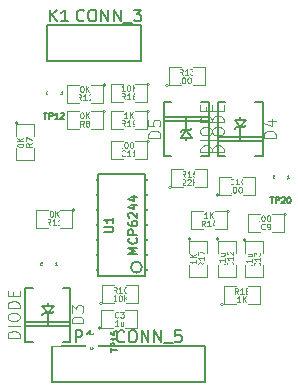
<source format=gto>
G04 (created by PCBNEW (2013-07-07 BZR 4022)-stable) date 11/16/2014 5:36:46 PM*
%MOIN*%
G04 Gerber Fmt 3.4, Leading zero omitted, Abs format*
%FSLAX34Y34*%
G01*
G70*
G90*
G04 APERTURE LIST*
%ADD10C,0.00590551*%
%ADD11C,0.005*%
%ADD12C,0.0039*%
%ADD13C,0.0059*%
%ADD14C,0.0043*%
%ADD15C,0.0025*%
%ADD16C,0.0047*%
%ADD17R,0.05X0.025*%
%ADD18R,0.035X0.055*%
%ADD19R,0.055X0.035*%
%ADD20R,0.0393701X0.0393701*%
%ADD21R,0.0866X0.063*%
%ADD22C,0.0700787*%
G04 APERTURE END LIST*
G54D10*
G54D11*
X14820Y-14500D02*
X16380Y-14500D01*
X16380Y-14500D02*
X16380Y-11100D01*
X16380Y-11100D02*
X14820Y-11100D01*
X14820Y-11100D02*
X14820Y-14500D01*
X14820Y-13800D02*
X14390Y-13800D01*
X14820Y-13300D02*
X14390Y-13300D01*
X14820Y-12800D02*
X14390Y-12800D01*
X14820Y-14300D02*
X14390Y-14300D01*
X14390Y-12300D02*
X14820Y-12300D01*
X14390Y-11800D02*
X14820Y-11800D01*
X14390Y-11300D02*
X14820Y-11300D01*
X16380Y-11300D02*
X16810Y-11300D01*
X16380Y-11800D02*
X16810Y-11800D01*
X16380Y-14300D02*
X16810Y-14300D01*
X16810Y-13800D02*
X16380Y-13800D01*
X16810Y-12300D02*
X16380Y-12300D01*
X16810Y-12800D02*
X16380Y-12800D01*
X16810Y-13300D02*
X16380Y-13300D01*
X16276Y-14210D02*
G75*
G03X16276Y-14210I-186J0D01*
G74*
G01*
G54D12*
X17160Y-8150D02*
G75*
G03X17160Y-8150I-50J0D01*
G74*
G01*
X17560Y-8150D02*
X17160Y-8150D01*
X17160Y-8150D02*
X17160Y-7550D01*
X17160Y-7550D02*
X17560Y-7550D01*
X17960Y-7550D02*
X18360Y-7550D01*
X18360Y-7550D02*
X18360Y-8150D01*
X18360Y-8150D02*
X17960Y-8150D01*
X14050Y-12300D02*
G75*
G03X14050Y-12300I-50J0D01*
G74*
G01*
X13550Y-12300D02*
X13950Y-12300D01*
X13950Y-12300D02*
X13950Y-12900D01*
X13950Y-12900D02*
X13550Y-12900D01*
X13150Y-12900D02*
X12750Y-12900D01*
X12750Y-12900D02*
X12750Y-12300D01*
X12750Y-12300D02*
X13150Y-12300D01*
X19750Y-13300D02*
G75*
G03X19750Y-13300I-50J0D01*
G74*
G01*
X19700Y-13750D02*
X19700Y-13350D01*
X19700Y-13350D02*
X20300Y-13350D01*
X20300Y-13350D02*
X20300Y-13750D01*
X20300Y-14150D02*
X20300Y-14550D01*
X20300Y-14550D02*
X19700Y-14550D01*
X19700Y-14550D02*
X19700Y-14150D01*
X18850Y-13275D02*
G75*
G03X18850Y-13275I-50J0D01*
G74*
G01*
X18800Y-13725D02*
X18800Y-13325D01*
X18800Y-13325D02*
X19400Y-13325D01*
X19400Y-13325D02*
X19400Y-13725D01*
X19400Y-14125D02*
X19400Y-14525D01*
X19400Y-14525D02*
X18800Y-14525D01*
X18800Y-14525D02*
X18800Y-14125D01*
X14920Y-16240D02*
G75*
G03X14920Y-16240I-50J0D01*
G74*
G01*
X15320Y-16240D02*
X14920Y-16240D01*
X14920Y-16240D02*
X14920Y-15640D01*
X14920Y-15640D02*
X15320Y-15640D01*
X15720Y-15640D02*
X16120Y-15640D01*
X16120Y-15640D02*
X16120Y-16240D01*
X16120Y-16240D02*
X15720Y-16240D01*
X14955Y-15415D02*
G75*
G03X14955Y-15415I-50J0D01*
G74*
G01*
X15355Y-15415D02*
X14955Y-15415D01*
X14955Y-15415D02*
X14955Y-14815D01*
X14955Y-14815D02*
X15355Y-14815D01*
X15755Y-14815D02*
X16155Y-14815D01*
X16155Y-14815D02*
X16155Y-15415D01*
X16155Y-15415D02*
X15755Y-15415D01*
X15070Y-8140D02*
G75*
G03X15070Y-8140I-50J0D01*
G74*
G01*
X14570Y-8140D02*
X14970Y-8140D01*
X14970Y-8140D02*
X14970Y-8740D01*
X14970Y-8740D02*
X14570Y-8740D01*
X14170Y-8740D02*
X13770Y-8740D01*
X13770Y-8740D02*
X13770Y-8140D01*
X13770Y-8140D02*
X14170Y-8140D01*
X19200Y-12350D02*
G75*
G03X19200Y-12350I-50J0D01*
G74*
G01*
X18700Y-12350D02*
X19100Y-12350D01*
X19100Y-12350D02*
X19100Y-12950D01*
X19100Y-12950D02*
X18700Y-12950D01*
X18300Y-12950D02*
X17900Y-12950D01*
X17900Y-12950D02*
X17900Y-12350D01*
X17900Y-12350D02*
X18300Y-12350D01*
X21100Y-12450D02*
G75*
G03X21100Y-12450I-50J0D01*
G74*
G01*
X20600Y-12450D02*
X21000Y-12450D01*
X21000Y-12450D02*
X21000Y-13050D01*
X21000Y-13050D02*
X20600Y-13050D01*
X20200Y-13050D02*
X19800Y-13050D01*
X19800Y-13050D02*
X19800Y-12450D01*
X19800Y-12450D02*
X20200Y-12450D01*
X15070Y-9020D02*
G75*
G03X15070Y-9020I-50J0D01*
G74*
G01*
X14570Y-9020D02*
X14970Y-9020D01*
X14970Y-9020D02*
X14970Y-9620D01*
X14970Y-9620D02*
X14570Y-9620D01*
X14170Y-9620D02*
X13770Y-9620D01*
X13770Y-9620D02*
X13770Y-9020D01*
X13770Y-9020D02*
X14170Y-9020D01*
X12140Y-9400D02*
G75*
G03X12140Y-9400I-50J0D01*
G74*
G01*
X12090Y-9850D02*
X12090Y-9450D01*
X12090Y-9450D02*
X12690Y-9450D01*
X12690Y-9450D02*
X12690Y-9850D01*
X12690Y-10250D02*
X12690Y-10650D01*
X12690Y-10650D02*
X12090Y-10650D01*
X12090Y-10650D02*
X12090Y-10250D01*
X17250Y-11550D02*
G75*
G03X17250Y-11550I-50J0D01*
G74*
G01*
X17650Y-11550D02*
X17250Y-11550D01*
X17250Y-11550D02*
X17250Y-10950D01*
X17250Y-10950D02*
X17650Y-10950D01*
X18050Y-10950D02*
X18450Y-10950D01*
X18450Y-10950D02*
X18450Y-11550D01*
X18450Y-11550D02*
X18050Y-11550D01*
X18850Y-11800D02*
G75*
G03X18850Y-11800I-50J0D01*
G74*
G01*
X19250Y-11800D02*
X18850Y-11800D01*
X18850Y-11800D02*
X18850Y-11200D01*
X18850Y-11200D02*
X19250Y-11200D01*
X19650Y-11200D02*
X20050Y-11200D01*
X20050Y-11200D02*
X20050Y-11800D01*
X20050Y-11800D02*
X19650Y-11800D01*
X16530Y-10010D02*
G75*
G03X16530Y-10010I-50J0D01*
G74*
G01*
X16030Y-10010D02*
X16430Y-10010D01*
X16430Y-10010D02*
X16430Y-10610D01*
X16430Y-10610D02*
X16030Y-10610D01*
X15630Y-10610D02*
X15230Y-10610D01*
X15230Y-10610D02*
X15230Y-10010D01*
X15230Y-10010D02*
X15630Y-10010D01*
X16530Y-8110D02*
G75*
G03X16530Y-8110I-50J0D01*
G74*
G01*
X16030Y-8110D02*
X16430Y-8110D01*
X16430Y-8110D02*
X16430Y-8710D01*
X16430Y-8710D02*
X16030Y-8710D01*
X15630Y-8710D02*
X15230Y-8710D01*
X15230Y-8710D02*
X15230Y-8110D01*
X15230Y-8110D02*
X15630Y-8110D01*
X16530Y-9010D02*
G75*
G03X16530Y-9010I-50J0D01*
G74*
G01*
X16030Y-9010D02*
X16430Y-9010D01*
X16430Y-9010D02*
X16430Y-9610D01*
X16430Y-9610D02*
X16030Y-9610D01*
X15630Y-9610D02*
X15230Y-9610D01*
X15230Y-9610D02*
X15230Y-9010D01*
X15230Y-9010D02*
X15630Y-9010D01*
X19000Y-15450D02*
G75*
G03X19000Y-15450I-50J0D01*
G74*
G01*
X19400Y-15450D02*
X19000Y-15450D01*
X19000Y-15450D02*
X19000Y-14850D01*
X19000Y-14850D02*
X19400Y-14850D01*
X19800Y-14850D02*
X20200Y-14850D01*
X20200Y-14850D02*
X20200Y-15450D01*
X20200Y-15450D02*
X19800Y-15450D01*
X17900Y-13275D02*
G75*
G03X17900Y-13275I-50J0D01*
G74*
G01*
X17850Y-13725D02*
X17850Y-13325D01*
X17850Y-13325D02*
X18450Y-13325D01*
X18450Y-13325D02*
X18450Y-13725D01*
X18450Y-14125D02*
X18450Y-14525D01*
X18450Y-14525D02*
X17850Y-14525D01*
X17850Y-14525D02*
X17850Y-14125D01*
G54D11*
X13140Y-15490D02*
X13140Y-15410D01*
X13890Y-14890D02*
X13890Y-16690D01*
X13890Y-16690D02*
X13640Y-16690D01*
X12390Y-16050D02*
X13890Y-16050D01*
X12390Y-16180D02*
X13890Y-16180D01*
X12640Y-14890D02*
X12390Y-14890D01*
X12390Y-14890D02*
X12390Y-16690D01*
X12390Y-16690D02*
X12640Y-16690D01*
X13640Y-14890D02*
X13890Y-14890D01*
X13140Y-15740D02*
X13327Y-15490D01*
X13327Y-15490D02*
X13140Y-15490D01*
X13140Y-15490D02*
X12953Y-15490D01*
X12953Y-15490D02*
X13140Y-15740D01*
X13140Y-15740D02*
X13265Y-15740D01*
X13265Y-15740D02*
X13327Y-15678D01*
X13140Y-15740D02*
X13015Y-15740D01*
X13015Y-15740D02*
X12953Y-15802D01*
X13140Y-15740D02*
X13140Y-16177D01*
X17750Y-9900D02*
X17750Y-9980D01*
X17000Y-10500D02*
X17000Y-8700D01*
X17000Y-8700D02*
X17250Y-8700D01*
X18500Y-9340D02*
X17000Y-9340D01*
X18500Y-9210D02*
X17000Y-9210D01*
X18250Y-10500D02*
X18500Y-10500D01*
X18500Y-10500D02*
X18500Y-8700D01*
X18500Y-8700D02*
X18250Y-8700D01*
X17250Y-10500D02*
X17000Y-10500D01*
X17750Y-9650D02*
X17563Y-9900D01*
X17563Y-9900D02*
X17750Y-9900D01*
X17750Y-9900D02*
X17937Y-9900D01*
X17937Y-9900D02*
X17750Y-9650D01*
X17750Y-9650D02*
X17625Y-9650D01*
X17625Y-9650D02*
X17563Y-9712D01*
X17750Y-9650D02*
X17875Y-9650D01*
X17875Y-9650D02*
X17937Y-9588D01*
X17750Y-9650D02*
X17750Y-9213D01*
X19550Y-9300D02*
X19550Y-9220D01*
X20300Y-8700D02*
X20300Y-10500D01*
X20300Y-10500D02*
X20050Y-10500D01*
X18800Y-9860D02*
X20300Y-9860D01*
X18800Y-9990D02*
X20300Y-9990D01*
X19050Y-8700D02*
X18800Y-8700D01*
X18800Y-8700D02*
X18800Y-10500D01*
X18800Y-10500D02*
X19050Y-10500D01*
X20050Y-8700D02*
X20300Y-8700D01*
X19550Y-9550D02*
X19737Y-9300D01*
X19737Y-9300D02*
X19550Y-9300D01*
X19550Y-9300D02*
X19363Y-9300D01*
X19363Y-9300D02*
X19550Y-9550D01*
X19550Y-9550D02*
X19675Y-9550D01*
X19675Y-9550D02*
X19737Y-9488D01*
X19550Y-9550D02*
X19425Y-9550D01*
X19425Y-9550D02*
X19363Y-9612D01*
X19550Y-9550D02*
X19550Y-9987D01*
G54D10*
X13269Y-16849D02*
X18387Y-16849D01*
X18387Y-16849D02*
X18387Y-18030D01*
X18387Y-18030D02*
X13269Y-18030D01*
X13269Y-16849D02*
X13269Y-18030D01*
X13306Y-6153D02*
X16259Y-6153D01*
X16259Y-6153D02*
X16259Y-7334D01*
X16259Y-7334D02*
X13306Y-7334D01*
X13109Y-7137D02*
X13109Y-6153D01*
X13109Y-6153D02*
X13306Y-6153D01*
X13109Y-7137D02*
X13109Y-7334D01*
X13109Y-7334D02*
X13306Y-7334D01*
G54D13*
X15024Y-13024D02*
X15263Y-13024D01*
X15291Y-13010D01*
X15305Y-12996D01*
X15319Y-12968D01*
X15319Y-12912D01*
X15305Y-12884D01*
X15291Y-12870D01*
X15263Y-12856D01*
X15024Y-12856D01*
X15319Y-12561D02*
X15319Y-12729D01*
X15319Y-12645D02*
X15024Y-12645D01*
X15066Y-12673D01*
X15094Y-12701D01*
X15108Y-12729D01*
X16119Y-13755D02*
X15824Y-13755D01*
X16035Y-13656D01*
X15824Y-13558D01*
X16119Y-13558D01*
X16091Y-13249D02*
X16105Y-13263D01*
X16119Y-13305D01*
X16119Y-13333D01*
X16105Y-13375D01*
X16077Y-13404D01*
X16049Y-13418D01*
X15992Y-13432D01*
X15950Y-13432D01*
X15894Y-13418D01*
X15866Y-13404D01*
X15838Y-13375D01*
X15824Y-13333D01*
X15824Y-13305D01*
X15838Y-13263D01*
X15852Y-13249D01*
X16119Y-13123D02*
X15824Y-13123D01*
X15824Y-13010D01*
X15838Y-12982D01*
X15852Y-12968D01*
X15880Y-12954D01*
X15922Y-12954D01*
X15950Y-12968D01*
X15964Y-12982D01*
X15978Y-13010D01*
X15978Y-13123D01*
X15824Y-12701D02*
X15824Y-12757D01*
X15838Y-12785D01*
X15852Y-12799D01*
X15894Y-12828D01*
X15950Y-12842D01*
X16063Y-12842D01*
X16091Y-12828D01*
X16105Y-12814D01*
X16119Y-12785D01*
X16119Y-12729D01*
X16105Y-12701D01*
X16091Y-12687D01*
X16063Y-12673D01*
X15992Y-12673D01*
X15964Y-12687D01*
X15950Y-12701D01*
X15936Y-12729D01*
X15936Y-12785D01*
X15950Y-12814D01*
X15964Y-12828D01*
X15992Y-12842D01*
X15852Y-12561D02*
X15838Y-12547D01*
X15824Y-12519D01*
X15824Y-12448D01*
X15838Y-12420D01*
X15852Y-12406D01*
X15880Y-12392D01*
X15908Y-12392D01*
X15950Y-12406D01*
X16119Y-12575D01*
X16119Y-12392D01*
X15922Y-12139D02*
X16119Y-12139D01*
X15810Y-12209D02*
X16021Y-12280D01*
X16021Y-12097D01*
X15922Y-11858D02*
X16119Y-11858D01*
X15810Y-11929D02*
X16021Y-11999D01*
X16021Y-11816D01*
G54D14*
X17633Y-7804D02*
X17567Y-7710D01*
X17520Y-7804D02*
X17520Y-7607D01*
X17595Y-7607D01*
X17614Y-7617D01*
X17623Y-7626D01*
X17633Y-7645D01*
X17633Y-7673D01*
X17623Y-7692D01*
X17614Y-7701D01*
X17595Y-7710D01*
X17520Y-7710D01*
X17820Y-7804D02*
X17708Y-7804D01*
X17764Y-7804D02*
X17764Y-7607D01*
X17745Y-7635D01*
X17727Y-7654D01*
X17708Y-7664D01*
X17886Y-7607D02*
X18008Y-7607D01*
X17942Y-7682D01*
X17971Y-7682D01*
X17989Y-7692D01*
X17999Y-7701D01*
X18008Y-7720D01*
X18008Y-7767D01*
X17999Y-7785D01*
X17989Y-7795D01*
X17971Y-7804D01*
X17914Y-7804D01*
X17896Y-7795D01*
X17886Y-7785D01*
X17530Y-8079D02*
X17417Y-8079D01*
X17473Y-8079D02*
X17473Y-7882D01*
X17455Y-7910D01*
X17436Y-7929D01*
X17417Y-7939D01*
X17652Y-7882D02*
X17670Y-7882D01*
X17689Y-7892D01*
X17699Y-7901D01*
X17708Y-7920D01*
X17717Y-7957D01*
X17717Y-8004D01*
X17708Y-8042D01*
X17699Y-8060D01*
X17689Y-8070D01*
X17670Y-8079D01*
X17652Y-8079D01*
X17633Y-8070D01*
X17623Y-8060D01*
X17614Y-8042D01*
X17605Y-8004D01*
X17605Y-7957D01*
X17614Y-7920D01*
X17623Y-7901D01*
X17633Y-7892D01*
X17652Y-7882D01*
X17839Y-7882D02*
X17858Y-7882D01*
X17877Y-7892D01*
X17886Y-7901D01*
X17896Y-7920D01*
X17905Y-7957D01*
X17905Y-8004D01*
X17896Y-8042D01*
X17886Y-8060D01*
X17877Y-8070D01*
X17858Y-8079D01*
X17839Y-8079D01*
X17820Y-8070D01*
X17811Y-8060D01*
X17802Y-8042D01*
X17792Y-8004D01*
X17792Y-7957D01*
X17802Y-7920D01*
X17811Y-7901D01*
X17820Y-7892D01*
X17839Y-7882D01*
X17989Y-8079D02*
X17989Y-7882D01*
X18102Y-8079D02*
X18017Y-7967D01*
X18102Y-7882D02*
X17989Y-7995D01*
X13223Y-12804D02*
X13157Y-12710D01*
X13110Y-12804D02*
X13110Y-12607D01*
X13185Y-12607D01*
X13204Y-12617D01*
X13213Y-12626D01*
X13223Y-12645D01*
X13223Y-12673D01*
X13213Y-12692D01*
X13204Y-12701D01*
X13185Y-12710D01*
X13110Y-12710D01*
X13410Y-12804D02*
X13298Y-12804D01*
X13354Y-12804D02*
X13354Y-12607D01*
X13335Y-12635D01*
X13317Y-12654D01*
X13298Y-12664D01*
X13598Y-12804D02*
X13486Y-12804D01*
X13542Y-12804D02*
X13542Y-12607D01*
X13523Y-12635D01*
X13504Y-12654D01*
X13486Y-12664D01*
X13242Y-12332D02*
X13260Y-12332D01*
X13279Y-12342D01*
X13289Y-12351D01*
X13298Y-12370D01*
X13307Y-12407D01*
X13307Y-12454D01*
X13298Y-12492D01*
X13289Y-12510D01*
X13279Y-12520D01*
X13260Y-12529D01*
X13242Y-12529D01*
X13223Y-12520D01*
X13213Y-12510D01*
X13204Y-12492D01*
X13195Y-12454D01*
X13195Y-12407D01*
X13204Y-12370D01*
X13213Y-12351D01*
X13223Y-12342D01*
X13242Y-12332D01*
X13392Y-12529D02*
X13392Y-12332D01*
X13504Y-12529D02*
X13420Y-12417D01*
X13504Y-12332D02*
X13392Y-12445D01*
X20185Y-14076D02*
X20195Y-14086D01*
X20204Y-14114D01*
X20204Y-14132D01*
X20195Y-14161D01*
X20176Y-14179D01*
X20157Y-14189D01*
X20120Y-14198D01*
X20092Y-14198D01*
X20054Y-14189D01*
X20035Y-14179D01*
X20017Y-14161D01*
X20007Y-14132D01*
X20007Y-14114D01*
X20017Y-14086D01*
X20026Y-14076D01*
X20204Y-13889D02*
X20204Y-14001D01*
X20204Y-13945D02*
X20007Y-13945D01*
X20035Y-13964D01*
X20054Y-13982D01*
X20064Y-14001D01*
X20007Y-13823D02*
X20007Y-13701D01*
X20082Y-13767D01*
X20082Y-13738D01*
X20092Y-13720D01*
X20101Y-13710D01*
X20120Y-13701D01*
X20167Y-13701D01*
X20185Y-13710D01*
X20195Y-13720D01*
X20204Y-13738D01*
X20204Y-13795D01*
X20195Y-13813D01*
X20185Y-13823D01*
X19910Y-14132D02*
X19920Y-14123D01*
X19929Y-14132D01*
X19920Y-14142D01*
X19910Y-14132D01*
X19929Y-14132D01*
X19929Y-13935D02*
X19929Y-14048D01*
X19929Y-13992D02*
X19732Y-13992D01*
X19760Y-14010D01*
X19779Y-14029D01*
X19789Y-14048D01*
X19798Y-13767D02*
X19929Y-13767D01*
X19798Y-13851D02*
X19901Y-13851D01*
X19920Y-13842D01*
X19929Y-13823D01*
X19929Y-13795D01*
X19920Y-13776D01*
X19910Y-13767D01*
X19285Y-14051D02*
X19295Y-14061D01*
X19304Y-14089D01*
X19304Y-14107D01*
X19295Y-14136D01*
X19276Y-14154D01*
X19257Y-14164D01*
X19220Y-14173D01*
X19192Y-14173D01*
X19154Y-14164D01*
X19135Y-14154D01*
X19117Y-14136D01*
X19107Y-14107D01*
X19107Y-14089D01*
X19117Y-14061D01*
X19126Y-14051D01*
X19304Y-13864D02*
X19304Y-13976D01*
X19304Y-13920D02*
X19107Y-13920D01*
X19135Y-13939D01*
X19154Y-13957D01*
X19164Y-13976D01*
X19126Y-13788D02*
X19117Y-13779D01*
X19107Y-13760D01*
X19107Y-13713D01*
X19117Y-13695D01*
X19126Y-13685D01*
X19145Y-13676D01*
X19164Y-13676D01*
X19192Y-13685D01*
X19304Y-13798D01*
X19304Y-13676D01*
X19010Y-14107D02*
X19020Y-14098D01*
X19029Y-14107D01*
X19020Y-14117D01*
X19010Y-14107D01*
X19029Y-14107D01*
X19029Y-13910D02*
X19029Y-14023D01*
X19029Y-13967D02*
X18832Y-13967D01*
X18860Y-13985D01*
X18879Y-14004D01*
X18889Y-14023D01*
X18898Y-13742D02*
X19029Y-13742D01*
X18898Y-13826D02*
X19001Y-13826D01*
X19020Y-13817D01*
X19029Y-13798D01*
X19029Y-13770D01*
X19020Y-13751D01*
X19010Y-13742D01*
X15487Y-15875D02*
X15477Y-15885D01*
X15449Y-15894D01*
X15430Y-15894D01*
X15402Y-15885D01*
X15383Y-15866D01*
X15374Y-15847D01*
X15365Y-15810D01*
X15365Y-15782D01*
X15374Y-15744D01*
X15383Y-15725D01*
X15402Y-15707D01*
X15430Y-15697D01*
X15449Y-15697D01*
X15477Y-15707D01*
X15487Y-15716D01*
X15552Y-15697D02*
X15674Y-15697D01*
X15609Y-15772D01*
X15637Y-15772D01*
X15656Y-15782D01*
X15665Y-15791D01*
X15674Y-15810D01*
X15674Y-15857D01*
X15665Y-15875D01*
X15656Y-15885D01*
X15637Y-15894D01*
X15580Y-15894D01*
X15562Y-15885D01*
X15552Y-15875D01*
X15487Y-16169D02*
X15374Y-16169D01*
X15430Y-16169D02*
X15430Y-15972D01*
X15412Y-16000D01*
X15393Y-16019D01*
X15374Y-16029D01*
X15656Y-16038D02*
X15656Y-16169D01*
X15571Y-16038D02*
X15571Y-16141D01*
X15580Y-16160D01*
X15599Y-16169D01*
X15627Y-16169D01*
X15646Y-16160D01*
X15656Y-16150D01*
X15428Y-15069D02*
X15362Y-14975D01*
X15315Y-15069D02*
X15315Y-14872D01*
X15390Y-14872D01*
X15409Y-14882D01*
X15418Y-14891D01*
X15428Y-14910D01*
X15428Y-14938D01*
X15418Y-14957D01*
X15409Y-14966D01*
X15390Y-14975D01*
X15315Y-14975D01*
X15615Y-15069D02*
X15503Y-15069D01*
X15559Y-15069D02*
X15559Y-14872D01*
X15540Y-14900D01*
X15522Y-14919D01*
X15503Y-14929D01*
X15737Y-14872D02*
X15756Y-14872D01*
X15775Y-14882D01*
X15784Y-14891D01*
X15794Y-14910D01*
X15803Y-14947D01*
X15803Y-14994D01*
X15794Y-15032D01*
X15784Y-15050D01*
X15775Y-15060D01*
X15756Y-15069D01*
X15737Y-15069D01*
X15719Y-15060D01*
X15709Y-15050D01*
X15700Y-15032D01*
X15691Y-14994D01*
X15691Y-14947D01*
X15700Y-14910D01*
X15709Y-14891D01*
X15719Y-14882D01*
X15737Y-14872D01*
X15418Y-15344D02*
X15306Y-15344D01*
X15362Y-15344D02*
X15362Y-15147D01*
X15343Y-15175D01*
X15325Y-15194D01*
X15306Y-15204D01*
X15540Y-15147D02*
X15559Y-15147D01*
X15578Y-15157D01*
X15587Y-15166D01*
X15597Y-15185D01*
X15606Y-15222D01*
X15606Y-15269D01*
X15597Y-15307D01*
X15587Y-15325D01*
X15578Y-15335D01*
X15559Y-15344D01*
X15540Y-15344D01*
X15522Y-15335D01*
X15512Y-15325D01*
X15503Y-15307D01*
X15494Y-15269D01*
X15494Y-15222D01*
X15503Y-15185D01*
X15512Y-15166D01*
X15522Y-15157D01*
X15540Y-15147D01*
X15691Y-15344D02*
X15691Y-15147D01*
X15803Y-15344D02*
X15719Y-15232D01*
X15803Y-15147D02*
X15691Y-15260D01*
X14243Y-8644D02*
X14177Y-8550D01*
X14130Y-8644D02*
X14130Y-8447D01*
X14205Y-8447D01*
X14224Y-8457D01*
X14233Y-8466D01*
X14243Y-8485D01*
X14243Y-8513D01*
X14233Y-8532D01*
X14224Y-8541D01*
X14205Y-8550D01*
X14130Y-8550D01*
X14430Y-8644D02*
X14318Y-8644D01*
X14374Y-8644D02*
X14374Y-8447D01*
X14355Y-8475D01*
X14337Y-8494D01*
X14318Y-8504D01*
X14506Y-8466D02*
X14515Y-8457D01*
X14534Y-8447D01*
X14581Y-8447D01*
X14599Y-8457D01*
X14609Y-8466D01*
X14618Y-8485D01*
X14618Y-8504D01*
X14609Y-8532D01*
X14496Y-8644D01*
X14618Y-8644D01*
X14262Y-8172D02*
X14280Y-8172D01*
X14299Y-8182D01*
X14309Y-8191D01*
X14318Y-8210D01*
X14327Y-8247D01*
X14327Y-8294D01*
X14318Y-8332D01*
X14309Y-8350D01*
X14299Y-8360D01*
X14280Y-8369D01*
X14262Y-8369D01*
X14243Y-8360D01*
X14233Y-8350D01*
X14224Y-8332D01*
X14215Y-8294D01*
X14215Y-8247D01*
X14224Y-8210D01*
X14233Y-8191D01*
X14243Y-8182D01*
X14262Y-8172D01*
X14412Y-8369D02*
X14412Y-8172D01*
X14524Y-8369D02*
X14440Y-8257D01*
X14524Y-8172D02*
X14412Y-8285D01*
X18373Y-12854D02*
X18307Y-12760D01*
X18260Y-12854D02*
X18260Y-12657D01*
X18335Y-12657D01*
X18354Y-12667D01*
X18363Y-12676D01*
X18373Y-12695D01*
X18373Y-12723D01*
X18363Y-12742D01*
X18354Y-12751D01*
X18335Y-12760D01*
X18260Y-12760D01*
X18560Y-12854D02*
X18448Y-12854D01*
X18504Y-12854D02*
X18504Y-12657D01*
X18485Y-12685D01*
X18467Y-12704D01*
X18448Y-12714D01*
X18729Y-12723D02*
X18729Y-12854D01*
X18682Y-12648D02*
X18636Y-12789D01*
X18757Y-12789D01*
X18457Y-12579D02*
X18345Y-12579D01*
X18401Y-12579D02*
X18401Y-12382D01*
X18382Y-12410D01*
X18363Y-12429D01*
X18345Y-12439D01*
X18542Y-12579D02*
X18542Y-12382D01*
X18654Y-12579D02*
X18570Y-12467D01*
X18654Y-12382D02*
X18542Y-12495D01*
X20367Y-12935D02*
X20357Y-12945D01*
X20329Y-12954D01*
X20310Y-12954D01*
X20282Y-12945D01*
X20263Y-12926D01*
X20254Y-12907D01*
X20245Y-12870D01*
X20245Y-12842D01*
X20254Y-12804D01*
X20263Y-12785D01*
X20282Y-12767D01*
X20310Y-12757D01*
X20329Y-12757D01*
X20357Y-12767D01*
X20367Y-12776D01*
X20460Y-12954D02*
X20498Y-12954D01*
X20517Y-12945D01*
X20526Y-12935D01*
X20545Y-12907D01*
X20554Y-12870D01*
X20554Y-12795D01*
X20545Y-12776D01*
X20536Y-12767D01*
X20517Y-12757D01*
X20479Y-12757D01*
X20460Y-12767D01*
X20451Y-12776D01*
X20442Y-12795D01*
X20442Y-12842D01*
X20451Y-12860D01*
X20460Y-12870D01*
X20479Y-12879D01*
X20517Y-12879D01*
X20536Y-12870D01*
X20545Y-12860D01*
X20554Y-12842D01*
X20179Y-12679D02*
X20066Y-12679D01*
X20123Y-12679D02*
X20123Y-12482D01*
X20104Y-12510D01*
X20085Y-12529D01*
X20066Y-12539D01*
X20301Y-12482D02*
X20320Y-12482D01*
X20339Y-12492D01*
X20348Y-12501D01*
X20357Y-12520D01*
X20367Y-12557D01*
X20367Y-12604D01*
X20357Y-12642D01*
X20348Y-12660D01*
X20339Y-12670D01*
X20320Y-12679D01*
X20301Y-12679D01*
X20282Y-12670D01*
X20273Y-12660D01*
X20263Y-12642D01*
X20254Y-12604D01*
X20254Y-12557D01*
X20263Y-12520D01*
X20273Y-12501D01*
X20282Y-12492D01*
X20301Y-12482D01*
X20489Y-12482D02*
X20507Y-12482D01*
X20526Y-12492D01*
X20536Y-12501D01*
X20545Y-12520D01*
X20554Y-12557D01*
X20554Y-12604D01*
X20545Y-12642D01*
X20536Y-12660D01*
X20526Y-12670D01*
X20507Y-12679D01*
X20489Y-12679D01*
X20470Y-12670D01*
X20460Y-12660D01*
X20451Y-12642D01*
X20442Y-12604D01*
X20442Y-12557D01*
X20451Y-12520D01*
X20460Y-12501D01*
X20470Y-12492D01*
X20489Y-12482D01*
X20639Y-12548D02*
X20639Y-12679D01*
X20639Y-12567D02*
X20648Y-12557D01*
X20667Y-12548D01*
X20695Y-12548D01*
X20714Y-12557D01*
X20723Y-12576D01*
X20723Y-12679D01*
X14337Y-9524D02*
X14271Y-9430D01*
X14224Y-9524D02*
X14224Y-9327D01*
X14299Y-9327D01*
X14318Y-9337D01*
X14327Y-9346D01*
X14337Y-9365D01*
X14337Y-9393D01*
X14327Y-9412D01*
X14318Y-9421D01*
X14299Y-9430D01*
X14224Y-9430D01*
X14449Y-9412D02*
X14430Y-9402D01*
X14421Y-9393D01*
X14412Y-9374D01*
X14412Y-9365D01*
X14421Y-9346D01*
X14430Y-9337D01*
X14449Y-9327D01*
X14487Y-9327D01*
X14506Y-9337D01*
X14515Y-9346D01*
X14524Y-9365D01*
X14524Y-9374D01*
X14515Y-9393D01*
X14506Y-9402D01*
X14487Y-9412D01*
X14449Y-9412D01*
X14430Y-9421D01*
X14421Y-9430D01*
X14412Y-9449D01*
X14412Y-9487D01*
X14421Y-9505D01*
X14430Y-9515D01*
X14449Y-9524D01*
X14487Y-9524D01*
X14506Y-9515D01*
X14515Y-9505D01*
X14524Y-9487D01*
X14524Y-9449D01*
X14515Y-9430D01*
X14506Y-9421D01*
X14487Y-9412D01*
X14262Y-9052D02*
X14280Y-9052D01*
X14299Y-9062D01*
X14309Y-9071D01*
X14318Y-9090D01*
X14327Y-9127D01*
X14327Y-9174D01*
X14318Y-9212D01*
X14309Y-9230D01*
X14299Y-9240D01*
X14280Y-9249D01*
X14262Y-9249D01*
X14243Y-9240D01*
X14233Y-9230D01*
X14224Y-9212D01*
X14215Y-9174D01*
X14215Y-9127D01*
X14224Y-9090D01*
X14233Y-9071D01*
X14243Y-9062D01*
X14262Y-9052D01*
X14412Y-9249D02*
X14412Y-9052D01*
X14524Y-9249D02*
X14440Y-9137D01*
X14524Y-9052D02*
X14412Y-9165D01*
X12594Y-10082D02*
X12500Y-10148D01*
X12594Y-10195D02*
X12397Y-10195D01*
X12397Y-10120D01*
X12407Y-10101D01*
X12416Y-10092D01*
X12435Y-10082D01*
X12463Y-10082D01*
X12482Y-10092D01*
X12491Y-10101D01*
X12500Y-10120D01*
X12500Y-10195D01*
X12397Y-10017D02*
X12397Y-9885D01*
X12594Y-9970D01*
X12122Y-10157D02*
X12122Y-10139D01*
X12132Y-10120D01*
X12141Y-10110D01*
X12160Y-10101D01*
X12197Y-10092D01*
X12244Y-10092D01*
X12282Y-10101D01*
X12300Y-10110D01*
X12310Y-10120D01*
X12319Y-10139D01*
X12319Y-10157D01*
X12310Y-10176D01*
X12300Y-10186D01*
X12282Y-10195D01*
X12244Y-10204D01*
X12197Y-10204D01*
X12160Y-10195D01*
X12141Y-10186D01*
X12132Y-10176D01*
X12122Y-10157D01*
X12319Y-10007D02*
X12122Y-10007D01*
X12319Y-9895D02*
X12207Y-9979D01*
X12122Y-9895D02*
X12235Y-10007D01*
X17723Y-11204D02*
X17657Y-11110D01*
X17610Y-11204D02*
X17610Y-11007D01*
X17685Y-11007D01*
X17704Y-11017D01*
X17713Y-11026D01*
X17723Y-11045D01*
X17723Y-11073D01*
X17713Y-11092D01*
X17704Y-11101D01*
X17685Y-11110D01*
X17610Y-11110D01*
X17910Y-11204D02*
X17798Y-11204D01*
X17854Y-11204D02*
X17854Y-11007D01*
X17835Y-11035D01*
X17817Y-11054D01*
X17798Y-11064D01*
X18089Y-11007D02*
X17995Y-11007D01*
X17986Y-11101D01*
X17995Y-11092D01*
X18014Y-11082D01*
X18061Y-11082D01*
X18079Y-11092D01*
X18089Y-11101D01*
X18098Y-11120D01*
X18098Y-11167D01*
X18089Y-11185D01*
X18079Y-11195D01*
X18061Y-11204D01*
X18014Y-11204D01*
X17995Y-11195D01*
X17986Y-11185D01*
X17601Y-11301D02*
X17610Y-11292D01*
X17629Y-11282D01*
X17676Y-11282D01*
X17695Y-11292D01*
X17704Y-11301D01*
X17713Y-11320D01*
X17713Y-11339D01*
X17704Y-11367D01*
X17592Y-11479D01*
X17713Y-11479D01*
X17789Y-11301D02*
X17798Y-11292D01*
X17817Y-11282D01*
X17864Y-11282D01*
X17882Y-11292D01*
X17892Y-11301D01*
X17901Y-11320D01*
X17901Y-11339D01*
X17892Y-11367D01*
X17779Y-11479D01*
X17901Y-11479D01*
X17986Y-11479D02*
X17986Y-11282D01*
X18098Y-11479D02*
X18014Y-11367D01*
X18098Y-11282D02*
X17986Y-11395D01*
X19323Y-11435D02*
X19313Y-11445D01*
X19285Y-11454D01*
X19267Y-11454D01*
X19238Y-11445D01*
X19220Y-11426D01*
X19210Y-11407D01*
X19201Y-11370D01*
X19201Y-11342D01*
X19210Y-11304D01*
X19220Y-11285D01*
X19238Y-11267D01*
X19267Y-11257D01*
X19285Y-11257D01*
X19313Y-11267D01*
X19323Y-11276D01*
X19510Y-11454D02*
X19398Y-11454D01*
X19454Y-11454D02*
X19454Y-11257D01*
X19435Y-11285D01*
X19417Y-11304D01*
X19398Y-11314D01*
X19632Y-11257D02*
X19651Y-11257D01*
X19670Y-11267D01*
X19679Y-11276D01*
X19689Y-11295D01*
X19698Y-11332D01*
X19698Y-11379D01*
X19689Y-11417D01*
X19679Y-11435D01*
X19670Y-11445D01*
X19651Y-11454D01*
X19632Y-11454D01*
X19614Y-11445D01*
X19604Y-11435D01*
X19595Y-11417D01*
X19586Y-11379D01*
X19586Y-11332D01*
X19595Y-11295D01*
X19604Y-11276D01*
X19614Y-11267D01*
X19632Y-11257D01*
X19229Y-11729D02*
X19116Y-11729D01*
X19173Y-11729D02*
X19173Y-11532D01*
X19154Y-11560D01*
X19135Y-11579D01*
X19116Y-11589D01*
X19351Y-11532D02*
X19370Y-11532D01*
X19389Y-11542D01*
X19398Y-11551D01*
X19407Y-11570D01*
X19417Y-11607D01*
X19417Y-11654D01*
X19407Y-11692D01*
X19398Y-11710D01*
X19389Y-11720D01*
X19370Y-11729D01*
X19351Y-11729D01*
X19332Y-11720D01*
X19323Y-11710D01*
X19313Y-11692D01*
X19304Y-11654D01*
X19304Y-11607D01*
X19313Y-11570D01*
X19323Y-11551D01*
X19332Y-11542D01*
X19351Y-11532D01*
X19539Y-11532D02*
X19557Y-11532D01*
X19576Y-11542D01*
X19586Y-11551D01*
X19595Y-11570D01*
X19604Y-11607D01*
X19604Y-11654D01*
X19595Y-11692D01*
X19586Y-11710D01*
X19576Y-11720D01*
X19557Y-11729D01*
X19539Y-11729D01*
X19520Y-11720D01*
X19510Y-11710D01*
X19501Y-11692D01*
X19492Y-11654D01*
X19492Y-11607D01*
X19501Y-11570D01*
X19510Y-11551D01*
X19520Y-11542D01*
X19539Y-11532D01*
X19689Y-11598D02*
X19689Y-11729D01*
X19689Y-11617D02*
X19698Y-11607D01*
X19717Y-11598D01*
X19745Y-11598D01*
X19764Y-11607D01*
X19773Y-11626D01*
X19773Y-11729D01*
X15703Y-10495D02*
X15693Y-10505D01*
X15665Y-10514D01*
X15647Y-10514D01*
X15618Y-10505D01*
X15600Y-10486D01*
X15590Y-10467D01*
X15581Y-10430D01*
X15581Y-10402D01*
X15590Y-10364D01*
X15600Y-10345D01*
X15618Y-10327D01*
X15647Y-10317D01*
X15665Y-10317D01*
X15693Y-10327D01*
X15703Y-10336D01*
X15890Y-10514D02*
X15778Y-10514D01*
X15834Y-10514D02*
X15834Y-10317D01*
X15815Y-10345D01*
X15797Y-10364D01*
X15778Y-10374D01*
X16078Y-10514D02*
X15966Y-10514D01*
X16022Y-10514D02*
X16022Y-10317D01*
X16003Y-10345D01*
X15984Y-10364D01*
X15966Y-10374D01*
X15609Y-10239D02*
X15496Y-10239D01*
X15553Y-10239D02*
X15553Y-10042D01*
X15534Y-10070D01*
X15515Y-10089D01*
X15496Y-10099D01*
X15731Y-10042D02*
X15750Y-10042D01*
X15769Y-10052D01*
X15778Y-10061D01*
X15787Y-10080D01*
X15797Y-10117D01*
X15797Y-10164D01*
X15787Y-10202D01*
X15778Y-10220D01*
X15769Y-10230D01*
X15750Y-10239D01*
X15731Y-10239D01*
X15712Y-10230D01*
X15703Y-10220D01*
X15693Y-10202D01*
X15684Y-10164D01*
X15684Y-10117D01*
X15693Y-10080D01*
X15703Y-10061D01*
X15712Y-10052D01*
X15731Y-10042D01*
X15919Y-10042D02*
X15937Y-10042D01*
X15956Y-10052D01*
X15966Y-10061D01*
X15975Y-10080D01*
X15984Y-10117D01*
X15984Y-10164D01*
X15975Y-10202D01*
X15966Y-10220D01*
X15956Y-10230D01*
X15937Y-10239D01*
X15919Y-10239D01*
X15900Y-10230D01*
X15890Y-10220D01*
X15881Y-10202D01*
X15872Y-10164D01*
X15872Y-10117D01*
X15881Y-10080D01*
X15890Y-10061D01*
X15900Y-10052D01*
X15919Y-10042D01*
X16069Y-10108D02*
X16069Y-10239D01*
X16069Y-10127D02*
X16078Y-10117D01*
X16097Y-10108D01*
X16125Y-10108D01*
X16144Y-10117D01*
X16153Y-10136D01*
X16153Y-10239D01*
X15703Y-8614D02*
X15637Y-8520D01*
X15590Y-8614D02*
X15590Y-8417D01*
X15665Y-8417D01*
X15684Y-8427D01*
X15693Y-8436D01*
X15703Y-8455D01*
X15703Y-8483D01*
X15693Y-8502D01*
X15684Y-8511D01*
X15665Y-8520D01*
X15590Y-8520D01*
X15890Y-8614D02*
X15778Y-8614D01*
X15834Y-8614D02*
X15834Y-8417D01*
X15815Y-8445D01*
X15797Y-8464D01*
X15778Y-8474D01*
X16059Y-8417D02*
X16022Y-8417D01*
X16003Y-8427D01*
X15994Y-8436D01*
X15975Y-8464D01*
X15966Y-8502D01*
X15966Y-8577D01*
X15975Y-8595D01*
X15984Y-8605D01*
X16003Y-8614D01*
X16041Y-8614D01*
X16059Y-8605D01*
X16069Y-8595D01*
X16078Y-8577D01*
X16078Y-8530D01*
X16069Y-8511D01*
X16059Y-8502D01*
X16041Y-8492D01*
X16003Y-8492D01*
X15984Y-8502D01*
X15975Y-8511D01*
X15966Y-8530D01*
X15693Y-8339D02*
X15581Y-8339D01*
X15637Y-8339D02*
X15637Y-8142D01*
X15618Y-8170D01*
X15600Y-8189D01*
X15581Y-8199D01*
X15815Y-8142D02*
X15834Y-8142D01*
X15853Y-8152D01*
X15862Y-8161D01*
X15872Y-8180D01*
X15881Y-8217D01*
X15881Y-8264D01*
X15872Y-8302D01*
X15862Y-8320D01*
X15853Y-8330D01*
X15834Y-8339D01*
X15815Y-8339D01*
X15797Y-8330D01*
X15787Y-8320D01*
X15778Y-8302D01*
X15769Y-8264D01*
X15769Y-8217D01*
X15778Y-8180D01*
X15787Y-8161D01*
X15797Y-8152D01*
X15815Y-8142D01*
X15966Y-8339D02*
X15966Y-8142D01*
X16078Y-8339D02*
X15994Y-8227D01*
X16078Y-8142D02*
X15966Y-8255D01*
X15703Y-9514D02*
X15637Y-9420D01*
X15590Y-9514D02*
X15590Y-9317D01*
X15665Y-9317D01*
X15684Y-9327D01*
X15693Y-9336D01*
X15703Y-9355D01*
X15703Y-9383D01*
X15693Y-9402D01*
X15684Y-9411D01*
X15665Y-9420D01*
X15590Y-9420D01*
X15890Y-9514D02*
X15778Y-9514D01*
X15834Y-9514D02*
X15834Y-9317D01*
X15815Y-9345D01*
X15797Y-9364D01*
X15778Y-9374D01*
X15984Y-9514D02*
X16022Y-9514D01*
X16041Y-9505D01*
X16050Y-9495D01*
X16069Y-9467D01*
X16078Y-9430D01*
X16078Y-9355D01*
X16069Y-9336D01*
X16059Y-9327D01*
X16041Y-9317D01*
X16003Y-9317D01*
X15984Y-9327D01*
X15975Y-9336D01*
X15966Y-9355D01*
X15966Y-9402D01*
X15975Y-9420D01*
X15984Y-9430D01*
X16003Y-9439D01*
X16041Y-9439D01*
X16059Y-9430D01*
X16069Y-9420D01*
X16078Y-9402D01*
X15787Y-9239D02*
X15675Y-9239D01*
X15731Y-9239D02*
X15731Y-9042D01*
X15712Y-9070D01*
X15693Y-9089D01*
X15675Y-9099D01*
X15872Y-9239D02*
X15872Y-9042D01*
X15984Y-9239D02*
X15900Y-9127D01*
X15984Y-9042D02*
X15872Y-9155D01*
X19473Y-15104D02*
X19407Y-15010D01*
X19360Y-15104D02*
X19360Y-14907D01*
X19435Y-14907D01*
X19454Y-14917D01*
X19463Y-14926D01*
X19473Y-14945D01*
X19473Y-14973D01*
X19463Y-14992D01*
X19454Y-15001D01*
X19435Y-15010D01*
X19360Y-15010D01*
X19660Y-15104D02*
X19548Y-15104D01*
X19604Y-15104D02*
X19604Y-14907D01*
X19585Y-14935D01*
X19567Y-14954D01*
X19548Y-14964D01*
X19773Y-14992D02*
X19754Y-14982D01*
X19745Y-14973D01*
X19736Y-14954D01*
X19736Y-14945D01*
X19745Y-14926D01*
X19754Y-14917D01*
X19773Y-14907D01*
X19811Y-14907D01*
X19829Y-14917D01*
X19839Y-14926D01*
X19848Y-14945D01*
X19848Y-14954D01*
X19839Y-14973D01*
X19829Y-14982D01*
X19811Y-14992D01*
X19773Y-14992D01*
X19754Y-15001D01*
X19745Y-15010D01*
X19736Y-15029D01*
X19736Y-15067D01*
X19745Y-15085D01*
X19754Y-15095D01*
X19773Y-15104D01*
X19811Y-15104D01*
X19829Y-15095D01*
X19839Y-15085D01*
X19848Y-15067D01*
X19848Y-15029D01*
X19839Y-15010D01*
X19829Y-15001D01*
X19811Y-14992D01*
X19557Y-15379D02*
X19445Y-15379D01*
X19501Y-15379D02*
X19501Y-15182D01*
X19482Y-15210D01*
X19463Y-15229D01*
X19445Y-15239D01*
X19642Y-15379D02*
X19642Y-15182D01*
X19754Y-15379D02*
X19670Y-15267D01*
X19754Y-15182D02*
X19642Y-15295D01*
X18354Y-14051D02*
X18260Y-14117D01*
X18354Y-14164D02*
X18157Y-14164D01*
X18157Y-14089D01*
X18167Y-14070D01*
X18176Y-14061D01*
X18195Y-14051D01*
X18223Y-14051D01*
X18242Y-14061D01*
X18251Y-14070D01*
X18260Y-14089D01*
X18260Y-14164D01*
X18354Y-13864D02*
X18354Y-13976D01*
X18354Y-13920D02*
X18157Y-13920D01*
X18185Y-13939D01*
X18204Y-13957D01*
X18214Y-13976D01*
X18157Y-13798D02*
X18157Y-13667D01*
X18354Y-13751D01*
X18079Y-13967D02*
X18079Y-14079D01*
X18079Y-14023D02*
X17882Y-14023D01*
X17910Y-14042D01*
X17929Y-14061D01*
X17939Y-14079D01*
X18079Y-13882D02*
X17882Y-13882D01*
X18079Y-13770D02*
X17967Y-13854D01*
X17882Y-13770D02*
X17995Y-13882D01*
G54D11*
X20552Y-11878D02*
X20666Y-11878D01*
X20609Y-12078D02*
X20609Y-11878D01*
X20733Y-12078D02*
X20733Y-11878D01*
X20809Y-11878D01*
X20828Y-11888D01*
X20838Y-11898D01*
X20847Y-11917D01*
X20847Y-11945D01*
X20838Y-11964D01*
X20828Y-11974D01*
X20809Y-11983D01*
X20733Y-11983D01*
X20923Y-11898D02*
X20933Y-11888D01*
X20952Y-11878D01*
X21000Y-11878D01*
X21019Y-11888D01*
X21028Y-11898D01*
X21038Y-11917D01*
X21038Y-11936D01*
X21028Y-11964D01*
X20914Y-12078D01*
X21038Y-12078D01*
X21161Y-11878D02*
X21180Y-11878D01*
X21200Y-11888D01*
X21209Y-11898D01*
X21219Y-11917D01*
X21228Y-11955D01*
X21228Y-12002D01*
X21219Y-12040D01*
X21209Y-12059D01*
X21200Y-12069D01*
X21180Y-12078D01*
X21161Y-12078D01*
X21142Y-12069D01*
X21133Y-12059D01*
X21123Y-12040D01*
X21114Y-12002D01*
X21114Y-11955D01*
X21123Y-11917D01*
X21133Y-11898D01*
X21142Y-11888D01*
X21161Y-11878D01*
G54D15*
X20688Y-11241D02*
X20683Y-11246D01*
X20669Y-11251D01*
X20659Y-11251D01*
X20645Y-11246D01*
X20635Y-11236D01*
X20630Y-11227D01*
X20626Y-11208D01*
X20626Y-11193D01*
X20630Y-11174D01*
X20635Y-11165D01*
X20645Y-11155D01*
X20659Y-11151D01*
X20669Y-11151D01*
X20683Y-11155D01*
X20688Y-11160D01*
X20750Y-11151D02*
X20769Y-11151D01*
X20778Y-11155D01*
X20788Y-11165D01*
X20792Y-11184D01*
X20792Y-11217D01*
X20788Y-11236D01*
X20778Y-11246D01*
X20769Y-11251D01*
X20750Y-11251D01*
X20740Y-11246D01*
X20730Y-11236D01*
X20726Y-11217D01*
X20726Y-11184D01*
X20730Y-11165D01*
X20740Y-11155D01*
X20750Y-11151D01*
X20835Y-11251D02*
X20835Y-11151D01*
X20892Y-11251D01*
X20892Y-11151D01*
X20940Y-11251D02*
X20940Y-11151D01*
X20997Y-11251D01*
X20997Y-11151D01*
X21021Y-11260D02*
X21097Y-11260D01*
X21173Y-11251D02*
X21116Y-11251D01*
X21145Y-11251D02*
X21145Y-11151D01*
X21135Y-11165D01*
X21126Y-11174D01*
X21116Y-11179D01*
G54D11*
X15253Y-17022D02*
X15253Y-16908D01*
X15453Y-16965D02*
X15253Y-16965D01*
X15453Y-16841D02*
X15253Y-16841D01*
X15253Y-16765D01*
X15263Y-16746D01*
X15273Y-16736D01*
X15292Y-16727D01*
X15320Y-16727D01*
X15339Y-16736D01*
X15349Y-16746D01*
X15358Y-16765D01*
X15358Y-16841D01*
X15453Y-16536D02*
X15453Y-16651D01*
X15453Y-16594D02*
X15253Y-16594D01*
X15282Y-16613D01*
X15301Y-16632D01*
X15311Y-16651D01*
X15253Y-16355D02*
X15253Y-16451D01*
X15349Y-16460D01*
X15339Y-16451D01*
X15330Y-16432D01*
X15330Y-16384D01*
X15339Y-16365D01*
X15349Y-16355D01*
X15368Y-16346D01*
X15415Y-16346D01*
X15434Y-16355D01*
X15444Y-16365D01*
X15453Y-16384D01*
X15453Y-16432D01*
X15444Y-16451D01*
X15434Y-16460D01*
G54D15*
X14616Y-16886D02*
X14621Y-16891D01*
X14626Y-16905D01*
X14626Y-16915D01*
X14621Y-16929D01*
X14611Y-16939D01*
X14602Y-16944D01*
X14583Y-16948D01*
X14568Y-16948D01*
X14549Y-16944D01*
X14540Y-16939D01*
X14530Y-16929D01*
X14526Y-16915D01*
X14526Y-16905D01*
X14530Y-16891D01*
X14535Y-16886D01*
X14526Y-16825D02*
X14526Y-16805D01*
X14530Y-16796D01*
X14540Y-16786D01*
X14559Y-16782D01*
X14592Y-16782D01*
X14611Y-16786D01*
X14621Y-16796D01*
X14626Y-16805D01*
X14626Y-16825D01*
X14621Y-16834D01*
X14611Y-16844D01*
X14592Y-16848D01*
X14559Y-16848D01*
X14540Y-16844D01*
X14530Y-16834D01*
X14526Y-16825D01*
X14626Y-16739D02*
X14526Y-16739D01*
X14626Y-16682D01*
X14526Y-16682D01*
X14626Y-16634D02*
X14526Y-16634D01*
X14626Y-16577D01*
X14526Y-16577D01*
X14635Y-16553D02*
X14635Y-16477D01*
X14626Y-16401D02*
X14626Y-16458D01*
X14626Y-16429D02*
X14526Y-16429D01*
X14540Y-16439D01*
X14549Y-16448D01*
X14554Y-16458D01*
G54D11*
X13002Y-9068D02*
X13116Y-9068D01*
X13059Y-9268D02*
X13059Y-9068D01*
X13183Y-9268D02*
X13183Y-9068D01*
X13259Y-9068D01*
X13278Y-9078D01*
X13288Y-9088D01*
X13297Y-9107D01*
X13297Y-9135D01*
X13288Y-9154D01*
X13278Y-9164D01*
X13259Y-9173D01*
X13183Y-9173D01*
X13488Y-9268D02*
X13373Y-9268D01*
X13430Y-9268D02*
X13430Y-9068D01*
X13411Y-9097D01*
X13392Y-9116D01*
X13373Y-9126D01*
X13564Y-9088D02*
X13573Y-9078D01*
X13592Y-9068D01*
X13640Y-9068D01*
X13659Y-9078D01*
X13669Y-9088D01*
X13678Y-9107D01*
X13678Y-9126D01*
X13669Y-9154D01*
X13554Y-9268D01*
X13678Y-9268D01*
G54D15*
X13138Y-8431D02*
X13133Y-8436D01*
X13119Y-8441D01*
X13109Y-8441D01*
X13095Y-8436D01*
X13085Y-8426D01*
X13080Y-8417D01*
X13076Y-8398D01*
X13076Y-8383D01*
X13080Y-8364D01*
X13085Y-8355D01*
X13095Y-8345D01*
X13109Y-8341D01*
X13119Y-8341D01*
X13133Y-8345D01*
X13138Y-8350D01*
X13200Y-8341D02*
X13219Y-8341D01*
X13228Y-8345D01*
X13238Y-8355D01*
X13242Y-8374D01*
X13242Y-8407D01*
X13238Y-8426D01*
X13228Y-8436D01*
X13219Y-8441D01*
X13200Y-8441D01*
X13190Y-8436D01*
X13180Y-8426D01*
X13176Y-8407D01*
X13176Y-8374D01*
X13180Y-8355D01*
X13190Y-8345D01*
X13200Y-8341D01*
X13285Y-8441D02*
X13285Y-8341D01*
X13342Y-8441D01*
X13342Y-8341D01*
X13390Y-8441D02*
X13390Y-8341D01*
X13447Y-8441D01*
X13447Y-8341D01*
X13471Y-8450D02*
X13547Y-8450D01*
X13623Y-8441D02*
X13566Y-8441D01*
X13595Y-8441D02*
X13595Y-8341D01*
X13585Y-8355D01*
X13576Y-8364D01*
X13566Y-8369D01*
G54D11*
X12907Y-14778D02*
X13021Y-14778D01*
X12964Y-14978D02*
X12964Y-14778D01*
X13088Y-14978D02*
X13088Y-14778D01*
X13164Y-14778D01*
X13183Y-14788D01*
X13193Y-14798D01*
X13202Y-14817D01*
X13202Y-14845D01*
X13193Y-14864D01*
X13183Y-14874D01*
X13164Y-14883D01*
X13088Y-14883D01*
X13269Y-14778D02*
X13402Y-14778D01*
X13317Y-14978D01*
G54D15*
X12948Y-14141D02*
X12943Y-14146D01*
X12929Y-14151D01*
X12919Y-14151D01*
X12905Y-14146D01*
X12895Y-14136D01*
X12890Y-14127D01*
X12886Y-14108D01*
X12886Y-14093D01*
X12890Y-14074D01*
X12895Y-14065D01*
X12905Y-14055D01*
X12919Y-14051D01*
X12929Y-14051D01*
X12943Y-14055D01*
X12948Y-14060D01*
X13010Y-14051D02*
X13029Y-14051D01*
X13038Y-14055D01*
X13048Y-14065D01*
X13052Y-14084D01*
X13052Y-14117D01*
X13048Y-14136D01*
X13038Y-14146D01*
X13029Y-14151D01*
X13010Y-14151D01*
X13000Y-14146D01*
X12990Y-14136D01*
X12986Y-14117D01*
X12986Y-14084D01*
X12990Y-14065D01*
X13000Y-14055D01*
X13010Y-14051D01*
X13095Y-14151D02*
X13095Y-14051D01*
X13152Y-14151D01*
X13152Y-14051D01*
X13200Y-14151D02*
X13200Y-14051D01*
X13257Y-14151D01*
X13257Y-14051D01*
X13281Y-14160D02*
X13357Y-14160D01*
X13433Y-14151D02*
X13376Y-14151D01*
X13405Y-14151D02*
X13405Y-14051D01*
X13395Y-14065D01*
X13386Y-14074D01*
X13376Y-14079D01*
G54D16*
X14323Y-16080D02*
X13929Y-16080D01*
X13929Y-15987D01*
X13948Y-15930D01*
X13985Y-15893D01*
X14023Y-15874D01*
X14098Y-15855D01*
X14154Y-15855D01*
X14229Y-15874D01*
X14267Y-15893D01*
X14304Y-15930D01*
X14323Y-15987D01*
X14323Y-16080D01*
X13929Y-15724D02*
X13929Y-15480D01*
X14079Y-15611D01*
X14079Y-15555D01*
X14098Y-15517D01*
X14117Y-15499D01*
X14154Y-15480D01*
X14248Y-15480D01*
X14285Y-15499D01*
X14304Y-15517D01*
X14323Y-15555D01*
X14323Y-15668D01*
X14304Y-15705D01*
X14285Y-15724D01*
X12197Y-16568D02*
X11803Y-16568D01*
X11803Y-16474D01*
X11822Y-16418D01*
X11859Y-16380D01*
X11897Y-16362D01*
X11972Y-16343D01*
X12028Y-16343D01*
X12103Y-16362D01*
X12141Y-16380D01*
X12178Y-16418D01*
X12197Y-16474D01*
X12197Y-16568D01*
X12197Y-16174D02*
X11803Y-16174D01*
X11803Y-15911D02*
X11803Y-15836D01*
X11822Y-15799D01*
X11859Y-15761D01*
X11934Y-15743D01*
X12066Y-15743D01*
X12141Y-15761D01*
X12178Y-15799D01*
X12197Y-15836D01*
X12197Y-15911D01*
X12178Y-15949D01*
X12141Y-15987D01*
X12066Y-16005D01*
X11934Y-16005D01*
X11859Y-15987D01*
X11822Y-15949D01*
X11803Y-15911D01*
X12197Y-15574D02*
X11803Y-15574D01*
X11803Y-15480D01*
X11822Y-15424D01*
X11859Y-15386D01*
X11897Y-15367D01*
X11972Y-15349D01*
X12028Y-15349D01*
X12103Y-15367D01*
X12141Y-15386D01*
X12178Y-15424D01*
X12197Y-15480D01*
X12197Y-15574D01*
X11991Y-15180D02*
X11991Y-15048D01*
X12197Y-14992D02*
X12197Y-15180D01*
X11803Y-15180D01*
X11803Y-14992D01*
X16885Y-9890D02*
X16491Y-9890D01*
X16491Y-9797D01*
X16510Y-9740D01*
X16547Y-9703D01*
X16585Y-9684D01*
X16660Y-9665D01*
X16716Y-9665D01*
X16791Y-9684D01*
X16829Y-9703D01*
X16866Y-9740D01*
X16885Y-9797D01*
X16885Y-9890D01*
X16491Y-9309D02*
X16491Y-9496D01*
X16679Y-9515D01*
X16660Y-9496D01*
X16641Y-9459D01*
X16641Y-9365D01*
X16660Y-9327D01*
X16679Y-9309D01*
X16716Y-9290D01*
X16810Y-9290D01*
X16847Y-9309D01*
X16866Y-9327D01*
X16885Y-9365D01*
X16885Y-9459D01*
X16866Y-9496D01*
X16847Y-9515D01*
X19011Y-10378D02*
X18617Y-10378D01*
X18617Y-10284D01*
X18636Y-10228D01*
X18673Y-10190D01*
X18711Y-10172D01*
X18786Y-10153D01*
X18842Y-10153D01*
X18917Y-10172D01*
X18955Y-10190D01*
X18992Y-10228D01*
X19011Y-10284D01*
X19011Y-10378D01*
X19011Y-9984D02*
X18617Y-9984D01*
X18617Y-9721D02*
X18617Y-9646D01*
X18636Y-9609D01*
X18673Y-9571D01*
X18748Y-9553D01*
X18880Y-9553D01*
X18955Y-9571D01*
X18992Y-9609D01*
X19011Y-9646D01*
X19011Y-9721D01*
X18992Y-9759D01*
X18955Y-9797D01*
X18880Y-9815D01*
X18748Y-9815D01*
X18673Y-9797D01*
X18636Y-9759D01*
X18617Y-9721D01*
X19011Y-9384D02*
X18617Y-9384D01*
X18617Y-9290D01*
X18636Y-9234D01*
X18673Y-9196D01*
X18711Y-9177D01*
X18786Y-9159D01*
X18842Y-9159D01*
X18917Y-9177D01*
X18955Y-9196D01*
X18992Y-9234D01*
X19011Y-9290D01*
X19011Y-9384D01*
X18805Y-8990D02*
X18805Y-8858D01*
X19011Y-8802D02*
X19011Y-8990D01*
X18617Y-8990D01*
X18617Y-8802D01*
X20733Y-9890D02*
X20339Y-9890D01*
X20339Y-9797D01*
X20358Y-9740D01*
X20395Y-9703D01*
X20433Y-9684D01*
X20508Y-9665D01*
X20564Y-9665D01*
X20639Y-9684D01*
X20677Y-9703D01*
X20714Y-9740D01*
X20733Y-9797D01*
X20733Y-9890D01*
X20470Y-9327D02*
X20733Y-9327D01*
X20320Y-9421D02*
X20602Y-9515D01*
X20602Y-9271D01*
X18607Y-10378D02*
X18213Y-10378D01*
X18213Y-10284D01*
X18232Y-10228D01*
X18269Y-10190D01*
X18307Y-10172D01*
X18382Y-10153D01*
X18438Y-10153D01*
X18513Y-10172D01*
X18551Y-10190D01*
X18588Y-10228D01*
X18607Y-10284D01*
X18607Y-10378D01*
X18607Y-9984D02*
X18213Y-9984D01*
X18213Y-9721D02*
X18213Y-9646D01*
X18232Y-9609D01*
X18269Y-9571D01*
X18344Y-9553D01*
X18476Y-9553D01*
X18551Y-9571D01*
X18588Y-9609D01*
X18607Y-9646D01*
X18607Y-9721D01*
X18588Y-9759D01*
X18551Y-9797D01*
X18476Y-9815D01*
X18344Y-9815D01*
X18269Y-9797D01*
X18232Y-9759D01*
X18213Y-9721D01*
X18607Y-9384D02*
X18213Y-9384D01*
X18213Y-9290D01*
X18232Y-9234D01*
X18269Y-9196D01*
X18307Y-9177D01*
X18382Y-9159D01*
X18438Y-9159D01*
X18513Y-9177D01*
X18551Y-9196D01*
X18588Y-9234D01*
X18607Y-9290D01*
X18607Y-9384D01*
X18401Y-8990D02*
X18401Y-8858D01*
X18607Y-8802D02*
X18607Y-8990D01*
X18213Y-8990D01*
X18213Y-8802D01*
G54D10*
X14061Y-16713D02*
X14061Y-16319D01*
X14211Y-16319D01*
X14249Y-16338D01*
X14267Y-16357D01*
X14286Y-16394D01*
X14286Y-16451D01*
X14267Y-16488D01*
X14249Y-16507D01*
X14211Y-16526D01*
X14061Y-16526D01*
X14661Y-16713D02*
X14436Y-16713D01*
X14548Y-16713D02*
X14548Y-16319D01*
X14511Y-16376D01*
X14473Y-16413D01*
X14436Y-16432D01*
X15683Y-16676D02*
X15664Y-16694D01*
X15608Y-16713D01*
X15570Y-16713D01*
X15514Y-16694D01*
X15476Y-16657D01*
X15458Y-16619D01*
X15439Y-16544D01*
X15439Y-16488D01*
X15458Y-16413D01*
X15476Y-16376D01*
X15514Y-16338D01*
X15570Y-16319D01*
X15608Y-16319D01*
X15664Y-16338D01*
X15683Y-16357D01*
X15926Y-16319D02*
X16001Y-16319D01*
X16039Y-16338D01*
X16076Y-16376D01*
X16095Y-16451D01*
X16095Y-16582D01*
X16076Y-16657D01*
X16039Y-16694D01*
X16001Y-16713D01*
X15926Y-16713D01*
X15889Y-16694D01*
X15851Y-16657D01*
X15833Y-16582D01*
X15833Y-16451D01*
X15851Y-16376D01*
X15889Y-16338D01*
X15926Y-16319D01*
X16264Y-16713D02*
X16264Y-16319D01*
X16489Y-16713D01*
X16489Y-16319D01*
X16676Y-16713D02*
X16676Y-16319D01*
X16901Y-16713D01*
X16901Y-16319D01*
X16995Y-16751D02*
X17295Y-16751D01*
X17576Y-16319D02*
X17389Y-16319D01*
X17370Y-16507D01*
X17389Y-16488D01*
X17426Y-16469D01*
X17520Y-16469D01*
X17557Y-16488D01*
X17576Y-16507D01*
X17595Y-16544D01*
X17595Y-16638D01*
X17576Y-16676D01*
X17557Y-16694D01*
X17520Y-16713D01*
X17426Y-16713D01*
X17389Y-16694D01*
X17370Y-16676D01*
X13212Y-6017D02*
X13212Y-5624D01*
X13437Y-6017D02*
X13268Y-5792D01*
X13437Y-5624D02*
X13212Y-5849D01*
X13812Y-6017D02*
X13587Y-6017D01*
X13700Y-6017D02*
X13700Y-5624D01*
X13662Y-5680D01*
X13625Y-5717D01*
X13587Y-5736D01*
X14342Y-5980D02*
X14323Y-5999D01*
X14267Y-6017D01*
X14229Y-6017D01*
X14173Y-5999D01*
X14135Y-5961D01*
X14117Y-5924D01*
X14098Y-5849D01*
X14098Y-5792D01*
X14117Y-5717D01*
X14135Y-5680D01*
X14173Y-5642D01*
X14229Y-5624D01*
X14267Y-5624D01*
X14323Y-5642D01*
X14342Y-5661D01*
X14585Y-5624D02*
X14660Y-5624D01*
X14698Y-5642D01*
X14735Y-5680D01*
X14754Y-5755D01*
X14754Y-5886D01*
X14735Y-5961D01*
X14698Y-5999D01*
X14660Y-6017D01*
X14585Y-6017D01*
X14548Y-5999D01*
X14510Y-5961D01*
X14492Y-5886D01*
X14492Y-5755D01*
X14510Y-5680D01*
X14548Y-5642D01*
X14585Y-5624D01*
X14923Y-6017D02*
X14923Y-5624D01*
X15148Y-6017D01*
X15148Y-5624D01*
X15335Y-6017D02*
X15335Y-5624D01*
X15560Y-6017D01*
X15560Y-5624D01*
X15654Y-6055D02*
X15954Y-6055D01*
X16010Y-5624D02*
X16254Y-5624D01*
X16123Y-5774D01*
X16179Y-5774D01*
X16216Y-5792D01*
X16235Y-5811D01*
X16254Y-5849D01*
X16254Y-5942D01*
X16235Y-5980D01*
X16216Y-5999D01*
X16179Y-6017D01*
X16066Y-6017D01*
X16029Y-5999D01*
X16010Y-5980D01*
%LPC*%
G54D17*
X16700Y-14300D03*
X16700Y-13800D03*
X16700Y-13300D03*
X16700Y-12800D03*
X16700Y-12300D03*
X16700Y-11800D03*
X16700Y-11300D03*
X14500Y-11300D03*
X14500Y-11800D03*
X14500Y-12300D03*
X14500Y-12800D03*
X14500Y-13300D03*
X14500Y-13800D03*
X14500Y-14300D03*
G54D18*
X17385Y-7850D03*
X18135Y-7850D03*
X13725Y-12600D03*
X12975Y-12600D03*
G54D19*
X20000Y-13575D03*
X20000Y-14325D03*
X19100Y-13550D03*
X19100Y-14300D03*
G54D18*
X15145Y-15940D03*
X15895Y-15940D03*
X15180Y-15115D03*
X15930Y-15115D03*
X14745Y-8440D03*
X13995Y-8440D03*
X18875Y-12650D03*
X18125Y-12650D03*
X20775Y-12750D03*
X20025Y-12750D03*
X14745Y-9320D03*
X13995Y-9320D03*
G54D19*
X12390Y-9675D03*
X12390Y-10425D03*
G54D18*
X17475Y-11250D03*
X18225Y-11250D03*
X19075Y-11500D03*
X19825Y-11500D03*
X16205Y-10310D03*
X15455Y-10310D03*
X16205Y-8410D03*
X15455Y-8410D03*
X16205Y-9310D03*
X15455Y-9310D03*
X19225Y-15150D03*
X19975Y-15150D03*
G54D19*
X18150Y-13550D03*
X18150Y-14300D03*
G54D20*
X20900Y-11250D03*
X14625Y-16675D03*
X13350Y-8440D03*
X13160Y-14150D03*
G54D21*
X13140Y-15042D03*
X13140Y-16538D03*
X17750Y-10348D03*
X17750Y-8852D03*
X19550Y-8852D03*
X19550Y-10348D03*
G54D22*
X13860Y-17455D03*
X14853Y-17445D03*
X15857Y-17445D03*
X16861Y-17445D03*
X17865Y-17445D03*
X13700Y-6760D03*
X14693Y-6750D03*
X15697Y-6750D03*
M02*

</source>
